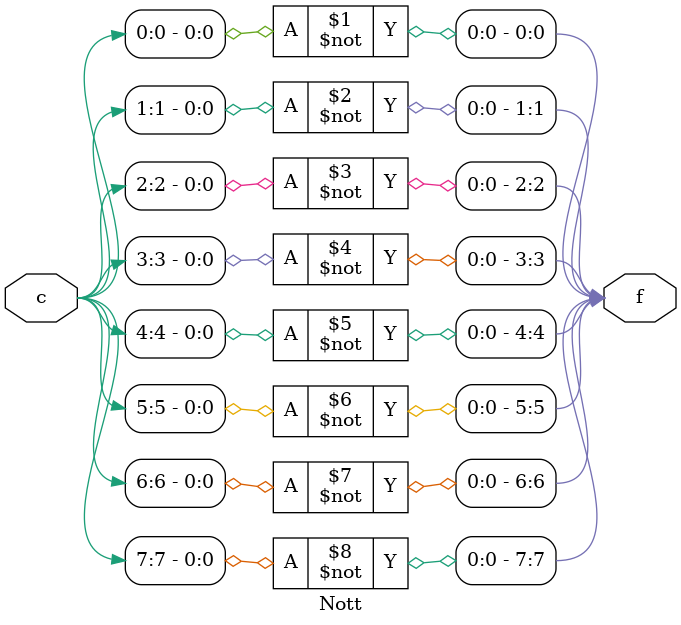
<source format=v>
module logical(a,b,c, sw, f);
input [3:0]a;
input [3:0]b;
input [7:0]c;
input [1:0]sw;
output [7:0]f;

wire [7:0]A;
wire [7:0]B;
wire [7:0]C;
wire [7:0]D;

Andd andtest(a, b, A);
Orr ortest(a, b, B);
Exorr exortest(a,b,C);
Nott nottest(c,D);

mux4to1 muxL(sw, f, A, B, C, D);

endmodule


module Andd(input [3:0]a,input [3:0]b,output [7:0]f);
assign f[0]=a[0]&b[0];
assign f[1]=a[1]&b[1];
assign f[2]=a[2]&b[2];
assign f[3]=a[3]&b[3];
assign f[7:4] = 4'b0000;
endmodule

module Orr(input [3:0]a,input [3:0]b,output [7:0]f);
assign f[0]=a[0]|b[0];
assign f[1]=a[1]|b[1];
assign f[2]=a[2]|b[2];
assign f[3]=a[3]|b[3];
assign f[7:4] = 4'b0000;
endmodule

module Exorr(input [3:0]a,input [3:0]b,output [7:0]f);
assign f[0]=a[0]^b[0];
assign f[1]=a[1]^b[1];
assign f[2]=a[2]^b[2];
assign f[3]=a[3]^b[3];
assign f[7:4] = 4'b0000;
endmodule

module Nott(input [7:0]c,output [7:0]f);
assign f[0]=~c[0];
assign f[1]=~c[1];
assign f[2]=~c[2];
assign f[3]=~c[3];
assign f[4]=~c[4];
assign f[5]=~c[5];
assign f[6]=~c[6];
assign f[7]=~c[7];
endmodule





</source>
